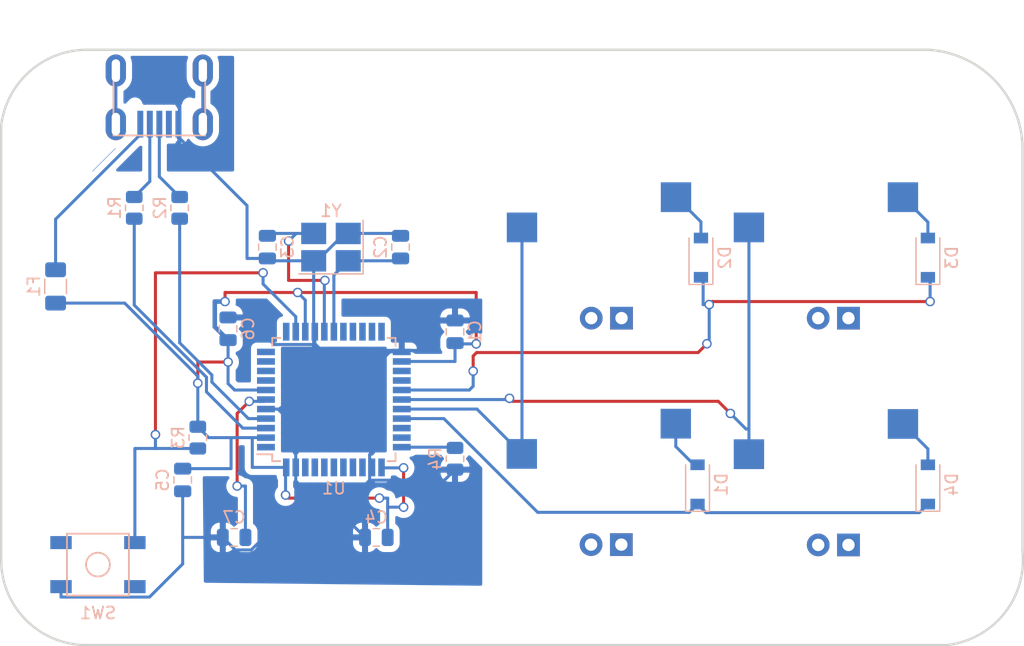
<source format=kicad_pcb>
(kicad_pcb (version 20211014) (generator pcbnew)
  (layers (0 "F.Cu" signal) (31 "B.Cu" signal) (34 "B.Paste" user) (35 "F.Paste" user) (36 "B.SilkS" user "B.Silkscreen") (37 "F.SilkS" user "F.Silkscreen") (38 "B.Mask" user) (39 "F.Mask" user) (44 "Edge.Cuts" user))
  (net 0 "")
  (net 1 "+5V")
  (net 2 "GND")
  (net 3 "Net-(C2-Pad2)")
  (net 4 "Net-(C3-Pad2)")
  (net 5 "Net-(C7-Pad1)")
  (net 6 "Row1")
  (net 7 "Net-(D1-Pad2)")
  (net 8 "Row0")
  (net 9 "Net-(D2-Pad2)")
  (net 10 "Net-(D3-Pad2)")
  (net 11 "Net-(D4-Pad2)")
  (net 12 "/VCC")
  (net 13 "Col0")
  (net 16 "Col1")
  (net 23 "D-")
  (net 24 "Net-(R1-Pad2)")
  (net 25 "D+")
  (net 26 "Net-(R2-Pad2)")
  (net 27 "Net-(R3-Pad2)")
  (net 28 "Net-(R4-Pad1)")
  (net 52 "unconnected-(USB1-Pad6)")
  (footprint "MX_Only:MXOnly-1U-Hotswap-LED" (layer "F.Cu") (at 101.606248 117.725)
    (fp_text reference "MX2")
    (fp_text value "MX-LED")
    (pad "" np_thru_hole circle locked (at 0 0) (size 3.9878 3.9878) (drill 3.9878) (layers *.Cu *.Mask))
    (pad "" np_thru_hole circle locked (at -3.81 -2.54) (size 3 3) (drill 3) (layers *.Cu *.Mask))
    (pad "" np_thru_hole circle locked (at 2.54 -5.08) (size 3 3) (drill 3) (layers *.Cu *.Mask))
    (pad "" np_thru_hole circle locked (at 5.08 0 48.0996) (size 1.75 1.75) (drill 1.75) (layers *.Cu *.Mask))
    (pad "" np_thru_hole circle locked (at -5.08 0 48.0996) (size 1.75 1.75) (drill 1.75) (layers *.Cu *.Mask))
    (pad "1" smd rect locked (at -7.085 -2.54) (size 2.55 2.5) (layers "B.Cu" "B.Paste" "B.Mask") (net 16 "Col1"))
    (pad "2" smd rect locked (at 5.842 -5.08) (size 2.55 2.5) (layers "B.Cu" "B.Paste" "B.Mask") (net 10 "Net-(D3-Pad2)"))
    (pad "3" thru_hole circle locked (at -1.27 5.08) (size 1.905 1.905) (drill 1.04) (layers *.Cu "B.Mask"))
    (pad "4" thru_hole rect locked (at 1.27 5.08) (size 1.905 1.905) (drill 1.04) (layers *.Cu "B.Mask"))
  )
  (footprint "MX_Only:MXOnly-1U-Hotswap-LED" (layer "F.Cu") (at 82.556248 117.725)
    (fp_text reference "MX1")
    (fp_text value "MX-LED")
    (pad "" np_thru_hole circle locked (at -3.81 -2.54) (size 3 3) (drill 3) (layers *.Cu *.Mask))
    (pad "" np_thru_hole circle locked (at 2.54 -5.08) (size 3 3) (drill 3) (layers *.Cu *.Mask))
    (pad "" np_thru_hole circle locked (at 5.08 0 48.0996) (size 1.75 1.75) (drill 1.75) (layers *.Cu *.Mask))
    (pad "" np_thru_hole circle locked (at 0 0) (size 3.9878 3.9878) (drill 3.9878) (layers *.Cu *.Mask))
    (pad "" np_thru_hole circle locked (at -5.08 0 48.0996) (size 1.75 1.75) (drill 1.75) (layers *.Cu *.Mask))
    (pad "1" smd rect locked (at -7.085 -2.54) (size 2.55 2.5) (layers "B.Cu" "B.Paste" "B.Mask") (net 13 "Col0"))
    (pad "2" smd rect locked (at 5.842 -5.08) (size 2.55 2.5) (layers "B.Cu" "B.Paste" "B.Mask") (net 9 "Net-(D2-Pad2)"))
    (pad "3" thru_hole circle locked (at -1.27 5.08) (size 1.905 1.905) (drill 1.04) (layers *.Cu "B.Mask"))
    (pad "4" thru_hole rect locked (at 1.27 5.08) (size 1.905 1.905) (drill 1.04) (layers *.Cu "B.Mask"))
  )
  (footprint "MX_Only:MXOnly-1U-Hotswap-LED" (layer "F.Cu") (at 101.606248 136.775)
    (fp_text reference "MX4")
    (fp_text value "MX-LED")
    (pad "" np_thru_hole circle locked (at -5.08 0 48.0996) (size 1.75 1.75) (drill 1.75) (layers *.Cu *.Mask))
    (pad "" np_thru_hole circle locked (at 0 0) (size 3.9878 3.9878) (drill 3.9878) (layers *.Cu *.Mask))
    (pad "" np_thru_hole circle locked (at 5.08 0 48.0996) (size 1.75 1.75) (drill 1.75) (layers *.Cu *.Mask))
    (pad "" np_thru_hole circle locked (at 2.54 -5.08) (size 3 3) (drill 3) (layers *.Cu *.Mask))
    (pad "" np_thru_hole circle locked (at -3.81 -2.54) (size 3 3) (drill 3) (layers *.Cu *.Mask))
    (pad "1" smd rect (at -7.085 -2.54) (size 2.55 2.5) (layers "B.Cu" "B.Paste" "B.Mask") (net 16 "Col1"))
    (pad "2" smd rect locked (at 5.842 -5.08) (size 2.55 2.5) (layers "B.Cu" "B.Paste" "B.Mask") (net 11 "Net-(D4-Pad2)"))
    (pad "3" thru_hole circle locked (at -1.27 5.08) (size 1.905 1.905) (drill 1.04) (layers *.Cu "B.Mask"))
    (pad "4" thru_hole rect locked (at 1.27 5.08) (size 1.905 1.905) (drill 1.04) (layers *.Cu "B.Mask"))
  )
  (footprint "MX_Only:MXOnly-1U-Hotswap-LED" (layer "F.Cu") (at 82.539775 136.750578)
    (fp_text reference "MX3")
    (fp_text value "MX-LED")
    (pad "" np_thru_hole circle locked (at 5.08 0 48.0996) (size 1.75 1.75) (drill 1.75) (layers *.Cu *.Mask))
    (pad "" np_thru_hole circle locked (at -5.08 0 48.0996) (size 1.75 1.75) (drill 1.75) (layers *.Cu *.Mask))
    (pad "" np_thru_hole circle locked (at -3.81 -2.54) (size 3 3) (drill 3) (layers *.Cu *.Mask))
    (pad "" np_thru_hole circle locked (at 0 0) (size 3.9878 3.9878) (drill 3.9878) (layers *.Cu *.Mask))
    (pad "" np_thru_hole circle locked (at 2.54 -5.08) (size 3 3) (drill 3) (layers *.Cu *.Mask))
    (pad "1" smd rect locked (at -7.085 -2.54) (size 2.55 2.5) (layers "B.Cu" "B.Paste" "B.Mask") (net 13 "Col0"))
    (pad "2" smd rect locked (at 5.842 -5.08) (size 2.55 2.5) (layers "B.Cu" "B.Paste" "B.Mask") (net 7 "Net-(D1-Pad2)"))
    (pad "3" thru_hole circle locked (at -1.27 5.08) (size 1.905 1.905) (drill 1.04) (layers *.Cu "B.Mask"))
    (pad "4" thru_hole rect locked (at 1.27 5.08) (size 1.905 1.905) (drill 1.04) (layers *.Cu "B.Mask"))
  )
  (footprint "Diode_SMD:D_SOD-123" (layer "B.Cu") (at 109.543748 117.725 90)
    (fp_text reference "D3" (at 0 2 90) (layer "B.SilkS") (effects (justify mirror)))
    (fp_text value "SOD123")
    (fp_line (start -2.25 1) (end 1.65 1) (layer "B.SilkS") (width 0.12))
    (fp_line (start -2.25 1) (end -2.25 -1) (layer "B.SilkS") (width 0.12))
    (fp_line (start -2.25 -1) (end 1.65 -1) (layer "B.SilkS") (width 0.12))
    (pad "1" smd rect locked (at -1.65 0 90) (size 0.9 1.2) (layers "B.Cu" "B.Paste" "B.Mask") (net 8 "Row0"))
    (pad "2" smd rect locked (at 1.65 0 90) (size 0.9 1.2) (layers "B.Cu" "B.Paste" "B.Mask") (net 10 "Net-(D3-Pad2)"))
  )
  (footprint "Crystal:Crystal_SMD_3225-4Pin_3.2x2.5mm_HandSoldering" (layer "B.Cu") (at 59.436 116.84 180)
    (fp_text reference "Y1" (at 0 3.05) (layer "B.SilkS") (effects (justify mirror)))
    (fp_text value "16MHz")
    (fp_line (start -2.7 -2.25) (end 2.7 -2.25) (layer "B.SilkS") (width 0.12))
    (fp_line (start -2.7 2.25) (end -2.7 -2.25) (layer "B.SilkS") (width 0.12))
    (pad "1" smd rect locked (at -1.45 -1.15 180) (size 2.1 1.8) (layers "B.Cu" "B.Paste" "B.Mask") (net 3 "Net-(C2-Pad2)"))
    (pad "2" smd rect locked (at 1.45 -1.15 180) (size 2.1 1.8) (layers "B.Cu" "B.Paste" "B.Mask") (net 2 "GND"))
    (pad "3" smd rect locked (at 1.45 1.15 180) (size 2.1 1.8) (layers "B.Cu" "B.Paste" "B.Mask") (net 4 "Net-(C3-Pad2)"))
    (pad "4" smd rect locked (at -1.45 1.15 180) (size 2.1 1.8) (layers "B.Cu" "B.Paste" "B.Mask") (net 2 "GND"))
  )
  (footprint "Capacitor_SMD:C_0805_2012Metric" (layer "B.Cu") (at 63.246 141.224 180)
    (fp_text reference "C4" (at 0 1.68) (layer "B.SilkS") (effects (justify mirror)))
    (fp_text value "0.1uF")
    (fp_line (start -0.261252 0.735) (end 0.261252 0.735) (layer "B.SilkS") (width 0.12))
    (fp_line (start -0.261252 -0.735) (end 0.261252 -0.735) (layer "B.SilkS") (width 0.12))
    (pad "1" smd roundrect locked (at -0.95 0 180) (size 1 1.45) (layers "B.Cu" "B.Paste" "B.Mask") (net 1 "+5V"))
    (pad "2" smd roundrect locked (at 0.95 0 180) (size 1 1.45) (layers "B.Cu" "B.Paste" "B.Mask") (net 2 "GND"))
  )
  (footprint "Capacitor_SMD:C_0805_2012Metric" (layer "B.Cu") (at 51.308 141.224 180)
    (fp_text reference "C7" (at 0 1.68) (layer "B.SilkS") (effects (justify mirror)))
    (fp_text value "1uF")
    (fp_line (start -0.261252 -0.735) (end 0.261252 -0.735) (layer "B.SilkS") (width 0.12))
    (fp_line (start -0.261252 0.735) (end 0.261252 0.735) (layer "B.SilkS") (width 0.12))
    (pad "1" smd roundrect locked (at -0.95 0 180) (size 1 1.45) (layers "B.Cu" "B.Paste" "B.Mask") (net 5 "Net-(C7-Pad1)"))
    (pad "2" smd roundrect locked (at 0.95 0 180) (size 1 1.45) (layers "B.Cu" "B.Paste" "B.Mask") (net 2 "GND"))
  )
  (footprint "Fuse:Fuse_1206_3216Metric" (layer "B.Cu") (at 36.322 120.142 -90)
    (fp_text reference "F1" (at 0 1.82 90) (layer "B.SilkS") (effects (justify mirror)))
    (fp_text value "500mA")
    (fp_line (start -0.602064 0.91) (end 0.602064 0.91) (layer "B.SilkS") (width 0.12))
    (fp_line (start -0.602064 -0.91) (end 0.602064 -0.91) (layer "B.SilkS") (width 0.12))
    (pad "1" smd roundrect locked (at -1.4 0 270) (size 1.25 1.75) (layers "B.Cu" "B.Paste" "B.Mask") (roundrect_rratio 0.2) (net 12 "/VCC"))
    (pad "2" smd roundrect locked (at 1.4 0 270) (size 1.25 1.75) (layers "B.Cu" "B.Paste" "B.Mask") (roundrect_rratio 0.2) (net 1 "+5V"))
  )
  (footprint "Capacitor_SMD:C_0805_2012Metric" (layer "B.Cu") (at 65.278 116.84 -90)
    (fp_text reference "C2" (at 0 1.68 90) (layer "B.SilkS") (effects (justify mirror)))
    (fp_text value "22pF")
    (fp_line (start -0.261252 0.735) (end 0.261252 0.735) (layer "B.SilkS") (width 0.12))
    (fp_line (start -0.261252 -0.735) (end 0.261252 -0.735) (layer "B.SilkS") (width 0.12))
    (pad "1" smd roundrect locked (at -0.95 0 270) (size 1 1.45) (layers "B.Cu" "B.Paste" "B.Mask") (net 2 "GND"))
    (pad "2" smd roundrect locked (at 0.95 0 270) (size 1 1.45) (layers "B.Cu" "B.Paste" "B.Mask") (net 3 "Net-(C2-Pad2)"))
  )
  (footprint "Diode_SMD:D_SOD-123" (layer "B.Cu") (at 90.493748 117.725 90)
    (fp_text reference "D2" (at 0 2 90) (layer "B.SilkS") (effects (justify mirror)))
    (fp_text value "SOD123")
    (fp_line (start -2.25 1) (end 1.65 1) (layer "B.SilkS") (width 0.12))
    (fp_line (start -2.25 -1) (end 1.65 -1) (layer "B.SilkS") (width 0.12))
    (fp_line (start -2.25 1) (end -2.25 -1) (layer "B.SilkS") (width 0.12))
    (pad "1" smd rect locked (at -1.65 0 90) (size 0.9 1.2) (layers "B.Cu" "B.Paste" "B.Mask") (net 8 "Row0"))
    (pad "2" smd rect locked (at 1.65 0 90) (size 0.9 1.2) (layers "B.Cu" "B.Paste" "B.Mask") (net 9 "Net-(D2-Pad2)"))
  )
  (footprint "Package_QFP:TQFP-44_10x10mm_P0.8mm" (layer "B.Cu") (at 59.681248 129.64375)
    (fp_text reference "U1" (at 0 7.45) (layer "B.SilkS") (effects (justify mirror)))
    (fp_text value "ATmega32U4-A")
    (fp_line (start -5.175 5.175) (end -4.5 5.175) (layer "B.SilkS") (width 0.15))
    (fp_line (start 5.175 5.175) (end 4.5 5.175) (layer "B.SilkS") (width 0.15))
    (fp_line (start 5.175 -5.175) (end 5.175 -4.5) (layer "B.SilkS") (width 0.15))
    (fp_line (start -5.175 4.6) (end -6.45 4.6) (layer "B.SilkS") (width 0.15))
    (fp_line (start -5.175 5.175) (end -5.175 4.6) (layer "B.SilkS") (width 0.15))
    (fp_line (start -5.175 -5.175) (end -4.5 -5.175) (layer "B.SilkS") (width 0.15))
    (fp_line (start -5.175 -5.175) (end -5.175 -4.5) (layer "B.SilkS") (width 0.15))
    (fp_line (start 5.175 -5.175) (end 4.5 -5.175) (layer "B.SilkS") (width 0.15))
    (fp_line (start 5.175 5.175) (end 5.175 4.5) (layer "B.SilkS") (width 0.15))
    (pad "1" smd rect locked (at -5.7 4) (size 1.5 0.55) (layers "B.Cu" "B.Paste" "B.Mask"))
    (pad "2" smd rect locked (at -5.7 3.2) (size 1.5 0.55) (layers "B.Cu" "B.Paste" "B.Mask") (net 1 "+5V"))
    (pad "3" smd rect locked (at -5.7 2.4) (size 1.5 0.55) (layers "B.Cu" "B.Paste" "B.Mask") (net 24 "Net-(R1-Pad2)"))
    (pad "4" smd rect locked (at -5.7 1.6) (size 1.5 0.55) (layers "B.Cu" "B.Paste" "B.Mask") (net 26 "Net-(R2-Pad2)"))
    (pad "5" smd rect locked (at -5.7 0.8) (size 1.5 0.55) (layers "B.Cu" "B.Paste" "B.Mask") (net 2 "GND"))
    (pad "6" smd rect locked (at -5.7 0) (size 1.5 0.55) (layers "B.Cu" "B.Paste" "B.Mask") (net 5 "Net-(C7-Pad1)"))
    (pad "7" smd rect locked (at -5.7 -0.8) (size 1.5 0.55) (layers "B.Cu" "B.Paste" "B.Mask") (net 1 "+5V"))
    (pad "8" smd rect locked (at -5.7 -1.6) (size 1.5 0.55) (layers "B.Cu" "B.Paste" "B.Mask"))
    (pad "9" smd rect locked (at -5.7 -2.4) (size 1.5 0.55) (layers "B.Cu" "B.Paste" "B.Mask"))
    (pad "10" smd rect locked (at -5.7 -3.2) (size 1.5 0.55) (layers "B.Cu" "B.Paste" "B.Mask"))
    (pad "11" smd rect locked (at -5.7 -4) (size 1.5 0.55) (layers "B.Cu" "B.Paste" "B.Mask"))
    (pad "12" smd rect locked (at -4 -5.7 270) (size 1.5 0.55) (layers "B.Cu" "B.Paste" "B.Mask"))
    (pad "13" smd rect locked (at -3.2 -5.7 270) (size 1.5 0.55) (layers "B.Cu" "B.Paste" "B.Mask") (net 27 "Net-(R3-Pad2)"))
    (pad "14" smd rect locked (at -2.4 -5.7 270) (size 1.5 0.55) (layers "B.Cu" "B.Paste" "B.Mask") (net 1 "+5V"))
    (pad "15" smd rect locked (at -1.6 -5.7 270) (size 1.5 0.55) (layers "B.Cu" "B.Paste" "B.Mask") (net 2 "GND"))
    (pad "16" smd rect locked (at -0.8 -5.7 270) (size 1.5 0.55) (layers "B.Cu" "B.Paste" "B.Mask") (net 4 "Net-(C3-Pad2)"))
    (pad "17" smd rect locked (at 0 -5.7 270) (size 1.5 0.55) (layers "B.Cu" "B.Paste" "B.Mask") (net 3 "Net-(C2-Pad2)"))
    (pad "18" smd rect locked (at 0.8 -5.7 270) (size 1.5 0.55) (layers "B.Cu" "B.Paste" "B.Mask"))
    (pad "19" smd rect locked (at 1.6 -5.7 270) (size 1.5 0.55) (layers "B.Cu" "B.Paste" "B.Mask"))
    (pad "20" smd rect locked (at 2.4 -5.7 270) (size 1.5 0.55) (layers "B.Cu" "B.Paste" "B.Mask"))
    (pad "21" smd rect locked (at 3.2 -5.7 270) (size 1.5 0.55) (layers "B.Cu" "B.Paste" "B.Mask"))
    (pad "22" smd rect locked (at 4 -5.7 270) (size 1.5 0.55) (layers "B.Cu" "B.Paste" "B.Mask"))
    (pad "23" smd rect locked (at 5.7 -4) (size 1.5 0.55) (layers "B.Cu" "B.Paste" "B.Mask") (net 2 "GND"))
    (pad "24" smd rect locked (at 5.7 -3.2) (size 1.5 0.55) (layers "B.Cu" "B.Paste" "B.Mask") (net 1 "+5V"))
    (pad "25" smd rect locked (at 5.7 -2.4) (size 1.5 0.55) (layers "B.Cu" "B.Paste" "B.Mask"))
    (pad "26" smd rect locked (at 5.7 -1.6) (size 1.5 0.55) (layers "B.Cu" "B.Paste" "B.Mask"))
    (pad "27" smd rect locked (at 5.7 -0.8) (size 1.5 0.55) (layers "B.Cu" "B.Paste" "B.Mask") (net 8 "Row0"))
    (pad "28" smd rect locked (at 5.7 0) (size 1.5 0.55) (layers "B.Cu" "B.Paste" "B.Mask") (net 16 "Col1"))
    (pad "29" smd rect locked (at 5.7 0.8) (size 1.5 0.55) (layers "B.Cu" "B.Paste" "B.Mask") (net 13 "Col0"))
    (pad "30" smd rect locked (at 5.7 1.6) (size 1.5 0.55) (layers "B.Cu" "B.Paste" "B.Mask") (net 6 "Row1"))
    (pad "31" smd rect locked (at 5.7 2.4) (size 1.5 0.55) (layers "B.Cu" "B.Paste" "B.Mask"))
    (pad "32" smd rect locked (at 5.7 3.2) (size 1.5 0.55) (layers "B.Cu" "B.Paste" "B.Mask"))
    (pad "33" smd rect locked (at 5.7 4) (size 1.5 0.55) (layers "B.Cu" "B.Paste" "B.Mask") (net 28 "Net-(R4-Pad1)"))
    (pad "34" smd rect locked (at 4 5.7 270) (size 1.5 0.55) (layers "B.Cu" "B.Paste" "B.Mask") (net 1 "+5V"))
    (pad "35" smd rect locked (at 3.2 5.7 270) (size 1.5 0.55) (layers "B.Cu" "B.Paste" "B.Mask") (net 2 "GND"))
    (pad "36" smd rect locked (at 2.4 5.7 270) (size 1.5 0.55) (layers "B.Cu" "B.Paste" "B.Mask"))
    (pad "37" smd rect locked (at 1.6 5.7 270) (size 1.5 0.55) (layers "B.Cu" "B.Paste" "B.Mask"))
    (pad "38" smd rect locked (at 0.8 5.7 270) (size 1.5 0.55) (layers "B.Cu" "B.Paste" "B.Mask"))
    (pad "39" smd rect locked (at 0 5.7 270) (size 1.5 0.55) (layers "B.Cu" "B.Paste" "B.Mask"))
    (pad "40" smd rect locked (at -0.8 5.7 270) (size 1.5 0.55) (layers "B.Cu" "B.Paste" "B.Mask"))
    (pad "41" smd rect locked (at -1.6 5.7 270) (size 1.5 0.55) (layers "B.Cu" "B.Paste" "B.Mask"))
    (pad "42" smd rect locked (at -2.4 5.7 270) (size 1.5 0.55) (layers "B.Cu" "B.Paste" "B.Mask"))
    (pad "43" smd rect locked (at -3.2 5.7 270) (size 1.5 0.55) (layers "B.Cu" "B.Paste" "B.Mask") (net 2 "GND"))
    (pad "44" smd rect locked (at -4 5.7 270) (size 1.5 0.55) (layers "B.Cu" "B.Paste" "B.Mask") (net 1 "+5V"))
  )
  (footprint "Resistor_SMD:R_0805_2012Metric" (layer "B.Cu") (at 46.736 113.538 -90)
    (fp_text reference "R2" (at 0 1.65 90) (layer "B.SilkS") (effects (justify mirror)))
    (fp_text value "22")
    (fp_line (start -0.227064 -0.735) (end 0.227064 -0.735) (layer "B.SilkS") (width 0.12))
    (fp_line (start -0.227064 0.735) (end 0.227064 0.735) (layer "B.SilkS") (width 0.12))
    (pad "1" smd roundrect locked (at -0.9125 0 270) (size 1.025 1.4) (layers "B.Cu" "B.Paste" "B.Mask") (roundrect_rratio 0.243902) (net 25 "D+"))
    (pad "2" smd roundrect locked (at 0.9125 0 270) (size 1.025 1.4) (layers "B.Cu" "B.Paste" "B.Mask") (roundrect_rratio 0.243902) (net 26 "Net-(R2-Pad2)"))
  )
  (footprint "Resistor_SMD:R_0805_2012Metric" (layer "B.Cu") (at 42.926 113.538 -90)
    (fp_text reference "R1" (at 0 1.65 90) (layer "B.SilkS") (effects (justify mirror)))
    (fp_text value "22")
    (fp_line (start -0.227064 0.735) (end 0.227064 0.735) (layer "B.SilkS") (width 0.12))
    (fp_line (start -0.227064 -0.735) (end 0.227064 -0.735) (layer "B.SilkS") (width 0.12))
    (pad "1" smd roundrect locked (at -0.9125 0 270) (size 1.025 1.4) (layers "B.Cu" "B.Paste" "B.Mask") (roundrect_rratio 0.243902) (net 23 "D-"))
    (pad "2" smd roundrect locked (at 0.9125 0 270) (size 1.025 1.4) (layers "B.Cu" "B.Paste" "B.Mask") (roundrect_rratio 0.243902) (net 24 "Net-(R1-Pad2)"))
  )
  (footprint "Diode_SMD:D_SOD-123" (layer "B.Cu") (at 109.543748 136.775 90)
    (fp_text reference "D4" (at 0 2 90) (layer "B.SilkS") (effects (justify mirror)))
    (fp_text value "SOD123")
    (fp_line (start -2.25 1) (end 1.65 1) (layer "B.SilkS") (width 0.12))
    (fp_line (start -2.25 -1) (end 1.65 -1) (layer "B.SilkS") (width 0.12))
    (fp_line (start -2.25 1) (end -2.25 -1) (layer "B.SilkS") (width 0.12))
    (pad "1" smd rect locked (at -1.65 0 90) (size 0.9 1.2) (layers "B.Cu" "B.Paste" "B.Mask") (net 6 "Row1"))
    (pad "2" smd rect locked (at 1.65 0 90) (size 0.9 1.2) (layers "B.Cu" "B.Paste" "B.Mask") (net 11 "Net-(D4-Pad2)"))
  )
  (footprint "Capacitor_SMD:C_0805_2012Metric" (layer "B.Cu") (at 69.85 123.952 90)
    (fp_text reference "C1" (at 0 1.68 90) (layer "B.SilkS") (effects (justify mirror)))
    (fp_text value "0.1uF")
    (fp_line (start -0.261252 -0.735) (end 0.261252 -0.735) (layer "B.SilkS") (width 0.12))
    (fp_line (start -0.261252 0.735) (end 0.261252 0.735) (layer "B.SilkS") (width 0.12))
    (pad "1" smd roundrect locked (at -0.95 0 90) (size 1 1.45) (layers "B.Cu" "B.Paste" "B.Mask") (net 1 "+5V"))
    (pad "2" smd roundrect locked (at 0.95 0 90) (size 1 1.45) (layers "B.Cu" "B.Paste" "B.Mask") (net 2 "GND"))
  )
  (footprint "Capacitor_SMD:C_0805_2012Metric" (layer "B.Cu") (at 54.102 116.84 90)
    (fp_text reference "C3" (at 0 1.68 90) (layer "B.SilkS") (effects (justify mirror)))
    (fp_text value "22pF")
    (fp_line (start -0.261252 -0.735) (end 0.261252 -0.735) (layer "B.SilkS") (width 0.12))
    (fp_line (start -0.261252 0.735) (end 0.261252 0.735) (layer "B.SilkS") (width 0.12))
    (pad "1" smd roundrect locked (at -0.95 0 90) (size 1 1.45) (layers "B.Cu" "B.Paste" "B.Mask") (net 2 "GND"))
    (pad "2" smd roundrect locked (at 0.95 0 90) (size 1 1.45) (layers "B.Cu" "B.Paste" "B.Mask") (net 4 "Net-(C3-Pad2)"))
  )
  (footprint "Capacitor_SMD:C_0805_2012Metric" (layer "B.Cu") (at 46.99 136.398 -90)
    (fp_text reference "C5" (at 0 1.68 90) (layer "B.SilkS") (effects (justify mirror)))
    (fp_text value "0.1uF")
    (fp_line (start -0.261252 0.735) (end 0.261252 0.735) (layer "B.SilkS") (width 0.12))
    (fp_line (start -0.261252 -0.735) (end 0.261252 -0.735) (layer "B.SilkS") (width 0.12))
    (pad "1" smd roundrect locked (at -0.95 0 270) (size 1 1.45) (layers "B.Cu" "B.Paste" "B.Mask") (net 1 "+5V"))
    (pad "2" smd roundrect locked (at 0.95 0 270) (size 1 1.45) (layers "B.Cu" "B.Paste" "B.Mask") (net 2 "GND"))
  )
  (footprint "Resistor_SMD:R_0805_2012Metric" (layer "B.Cu") (at 48.26 132.842 -90)
    (fp_text reference "R3" (at 0 1.65 90) (layer "B.SilkS") (effects (justify mirror)))
    (fp_text value "10k")
    (fp_line (start -0.227064 -0.735) (end 0.227064 -0.735) (layer "B.SilkS") (width 0.12))
    (fp_line (start -0.227064 0.735) (end 0.227064 0.735) (layer "B.SilkS") (width 0.12))
    (pad "1" smd roundrect locked (at -0.9125 0 270) (size 1.025 1.4) (layers "B.Cu" "B.Paste" "B.Mask") (roundrect_rratio 0.243902) (net 1 "+5V"))
    (pad "2" smd roundrect locked (at 0.9125 0 270) (size 1.025 1.4) (layers "B.Cu" "B.Paste" "B.Mask") (roundrect_rratio 0.243902) (net 27 "Net-(R3-Pad2)"))
  )
  (footprint "Diode_SMD:D_SOD-123" (layer "B.Cu") (at 90.206346 136.775 90)
    (fp_text reference "D1" (at 0 2 90) (layer "B.SilkS") (effects (justify mirror)))
    (fp_text value "SOD123")
    (fp_line (start -2.25 1) (end 1.65 1) (layer "B.SilkS") (width 0.12))
    (fp_line (start -2.25 -1) (end 1.65 -1) (layer "B.SilkS") (width 0.12))
    (fp_line (start -2.25 1) (end -2.25 -1) (layer "B.SilkS") (width 0.12))
    (pad "1" smd rect locked (at -1.65 0 90) (size 0.9 1.2) (layers "B.Cu" "B.Paste" "B.Mask") (net 6 "Row1"))
    (pad "2" smd rect locked (at 1.65 0 90) (size 0.9 1.2) (layers "B.Cu" "B.Paste" "B.Mask") (net 7 "Net-(D1-Pad2)"))
  )
  (footprint "random-keyboard-parts:Molex-0548190589" (layer "B.Cu") (at 45.031182 102.0084 -90)
    (fp_text reference "USB1" hide)
    (fp_text value "Molex-0548190589")
    (fp_line (start 0 -3.85) (end 5.45 -3.85) (layer "B.SilkS") (width 0.15))
    (fp_line (start 0 3.85) (end 5.45 3.85) (layer "B.SilkS") (width 0.15))
    (fp_line (start 5.45 3.85) (end 5.45 -3.85) (layer "B.SilkS") (width 0.15))
    (pad "1" smd rect locked (at 4.5 -1.6 270) (size 2.25 0.5) (layers "B.Cu" "B.Paste" "B.Mask") (net 2 "GND"))
    (pad "2" smd rect locked (at 4.5 -0.8 270) (size 2.25 0.5) (layers "B.Cu" "B.Paste" "B.Mask"))
    (pad "3" smd rect locked (at 4.5 0 270) (size 2.25 0.5) (layers "B.Cu" "B.Paste" "B.Mask") (net 25 "D+"))
    (pad "4" smd rect locked (at 4.5 0.8 270) (size 2.25 0.5) (layers "B.Cu" "B.Paste" "B.Mask") (net 23 "D-"))
    (pad "5" smd rect locked (at 4.5 1.6 270) (size 2.25 0.5) (layers "B.Cu" "B.Paste" "B.Mask") (net 12 "/VCC"))
    (pad "6" thru_hole oval locked (at 0 3.65 270) (size 2.7 1.7) (drill oval 1.9 0.7) (layers *.Cu *.Mask) (net 52 "unconnected-(USB1-Pad6)"))
    (pad "6" thru_hole oval locked (at 0 -3.65 270) (size 2.7 1.7) (drill oval 1.9 0.7) (layers *.Cu *.Mask) (net 52 "unconnected-(USB1-Pad6)"))
    (pad "6" thru_hole oval locked (at 4.5 3.65 270) (size 2.7 1.7) (drill oval 1.9 0.7) (layers *.Cu *.Mask) (net 52 "unconnected-(USB1-Pad6)"))
    (pad "6" thru_hole oval locked (at 4.5 -3.65 270) (size 2.7 1.7) (drill oval 1.9 0.7) (layers *.Cu *.Mask) (net 52 "unconnected-(USB1-Pad6)"))
  )
  (footprint "Resistor_SMD:R_0805_2012Metric" (layer "B.Cu") (at 69.85 134.62 -90)
    (fp_text reference "R4" (at 0 1.65 90) (layer "B.SilkS") (effects (justify mirror)))
    (fp_text value "10k")
    (fp_line (start -0.227064 0.735) (end 0.227064 0.735) (layer "B.SilkS") (width 0.12))
    (fp_line (start -0.227064 -0.735) (end 0.227064 -0.735) (layer "B.SilkS") (width 0.12))
    (pad "1" smd roundrect locked (at -0.9125 0 270) (size 1.025 1.4) (layers "B.Cu" "B.Paste" "B.Mask") (roundrect_rratio 0.243902) (net 28 "Net-(R4-Pad1)"))
    (pad "2" smd roundrect locked (at 0.9125 0 270) (size 1.025 1.4) (layers "B.Cu" "B.Paste" "B.Mask") (roundrect_rratio 0.243902) (net 2 "GND"))
  )
  (footprint "Capacitor_SMD:C_0805_2012Metric" (layer "B.Cu") (at 50.8 123.698 90)
    (fp_text reference "C6" (at 0 1.68 90) (layer "B.SilkS") (effects (justify mirror)))
    (fp_text value "10uF")
    (fp_line (start -0.261252 0.735) (end 0.261252 0.735) (layer "B.SilkS") (width 0.12))
    (fp_line (start -0.261252 -0.735) (end 0.261252 -0.735) (layer "B.SilkS") (width 0.12))
    (pad "1" smd roundrect locked (at -0.95 0 90) (size 1 1.45) (layers "B.Cu" "B.Paste" "B.Mask") (net 1 "+5V"))
    (pad "2" smd roundrect locked (at 0.95 0 90) (size 1 1.45) (layers "B.Cu" "B.Paste" "B.Mask") (net 2 "GND"))
  )
  (footprint "random-keyboard-parts:SKQG-1155865" (layer "B.Cu") (at 39.878 143.51 180)
    (fp_text reference "SW1" (at 0 -4.064) (layer "B.SilkS") (effects (justify mirror)))
    (fp_text value "SW_Push")
    (fp_line (start -2.6 -2.6) (end -2.6 2.6) (layer "B.SilkS") (width 0.15))
    (fp_line (start 2.6 -2.6) (end -2.6 -2.6) (layer "B.SilkS") (width 0.15))
    (fp_line (start -2.6 2.6) (end 2.6 2.6) (layer "B.SilkS") (width 0.15))
    (fp_line (start 2.6 2.6) (end 2.6 -2.6) (layer "B.SilkS") (width 0.15))
    (fp_circle (center 0 0) (end 1 0) (layer "B.SilkS") (width 0.15) (fill none))
    (pad "1" smd rect locked (at 3.1 -1.85 180) (size 1.8 1.1) (layers "B.Cu" "B.Paste" "B.Mask") (net 2 "GND"))
    (pad "2" smd rect locked (at -3.1 1.85 180) (size 1.8 1.1) (layers "B.Cu" "B.Paste" "B.Mask") (net 27 "Net-(R3-Pad2)"))
    (pad "3" smd rect locked (at 3.1 1.85 180) (size 1.8 1.1) (layers "B.Cu" "B.Paste" "B.Mask"))
    (pad "4" smd rect locked (at -3.1 -1.85 180) (size 1.8 1.1) (layers "B.Cu" "B.Paste" "B.Mask"))
  )
  (gr_line (start 38.899998 150.26875) (end 111.131248 150.26875) (layer "Edge.Cuts") (width 0.2))
  (gr_line (start 38.899998 100.2625) (end 109.543748 100.2625) (layer "Edge.Cuts") (width 0.2))
  (gr_line (start 117.481248 108.2) (end 117.481248 142.33125) (layer "Edge.Cuts") (width 0.2))
  (gr_arc (start 109.543748 100.2625) (mid 115.035451 102.708297) (end 117.481248 108.2) (layer "Edge.Cuts") (width 0.2))
  (gr_line (start 31.756248 106.6125) (end 31.756248 143.125) (layer "Edge.Cuts") (width 0.2))
  (gr_arc (start 38.899998 150.26875) (mid 33.848605 148.176393) (end 31.756248 143.125) (layer "Edge.Cuts") (width 0.2))
  (gr_arc (start 117.481248 142.33125) (mid 115.950158 147.615128) (end 111.131248 150.26875) (layer "Edge.Cuts") (width 0.2))
  (gr_arc (start 31.756248 106.6125) (mid 34.133408 102.093446) (end 38.899998 100.2625) (layer "Edge.Cuts") (width 0.2))
  (segment (start 63.5 137.922) (end 55.626 137.922) (width 0.254) (layer "F.Cu") (net 1))
  (segment (start 50.546 120.65) (end 50.546 121.412) (width 0.254) (layer "F.Cu") (net 1))
  (segment (start 50.8 126.492) (end 48.26 126.492) (width 0.254) (layer "F.Cu") (net 1))
  (segment (start 65.532 138.684) (end 65.532 135.382) (width 0.254) (layer "F.Cu") (net 1))
  (segment (start 56.642 120.65) (end 71.628 120.65) (width 0.254) (layer "F.Cu") (net 1))
  (segment (start 71.628 120.65) (end 71.628 124.968) (width 0.254) (layer "F.Cu") (net 1))
  (segment (start 56.642 120.65) (end 50.546 120.65) (width 0.254) (layer "F.Cu") (net 1))
  (segment (start 48.26 126.492) (end 48.26 128.27) (width 0.254) (layer "F.Cu") (net 1))
  (segment (start 55.626 137.922) (end 55.626 137.668) (width 0.254) (layer "F.Cu") (net 1))
  (via (at 50.8 126.492) (size 0.8) (drill 0.56) (layers "F.Cu" "B.Cu") (net 1))
  (via (at 65.532 138.684) (size 0.8) (drill 0.56) (layers "F.Cu" "B.Cu") (net 1))
  (via (at 65.532 135.382) (size 0.8) (drill 0.56) (layers "F.Cu" "B.Cu") (net 1))
  (via (at 48.26 128.27) (size 0.8) (drill 0.56) (layers "F.Cu" "B.Cu") (net 1))
  (via (at 63.5 137.922) (size 0.8) (drill 0.56) (layers "F.Cu" "B.Cu") (net 1))
  (via (at 71.628 124.968) (size 0.8) (drill 0.56) (layers "F.Cu" "B.Cu") (net 1))
  (via (at 55.626 137.668) (size 0.8) (drill 0.56) (layers "F.Cu" "B.Cu") (net 1))
  (via (at 56.642 120.65) (size 0.8) (drill 0.56) (layers "F.Cu" "B.Cu") (net 1))
  (via (at 50.546 121.412) (size 0.8) (drill 0.56) (layers "F.Cu" "B.Cu") (net 1))
  (segment (start 69.85 126.44375) (end 65.381248 126.44375) (width 0.254) (layer "B.Cu") (net 1))
  (segment (start 48.26 128.27) (end 48.26 131.9295) (width 0.254) (layer "B.Cu") (net 1))
  (segment (start 50.8 124.648) (end 50.8 126.492) (width 0.254) (layer "B.Cu") (net 1))
  (segment (start 36.322 121.542) (end 42.118728 121.542) (width 0.254) (layer "B.Cu") (net 1))
  (segment (start 51.05225 132.84375) (end 52.83375 132.84375) (width 0.254) (layer "B.Cu") (net 1))
  (segment (start 50.8 126.492) (end 50.8 128.29915) (width 0.254) (layer "B.Cu") (net 1))
  (segment (start 55.626 137.668) (end 55.626 135.398998) (width 0.254) (layer "B.Cu") (net 1))
  (segment (start 64.196 138.684) (end 64.196 137.922) (width 0.254) (layer "B.Cu") (net 1))
  (segment (start 71.628 124.968) (end 69.916 124.968) (width 0.254) (layer "B.Cu") (net 1))
  (segment (start 48.26 131.9295) (end 49.17425 132.84375) (width 0.254) (layer "B.Cu") (net 1))
  (segment (start 57.281248 123.94375) (end 57.281248 121.289248) (width 0.254) (layer "B.Cu") (net 1))
  (segment (start 69.85 124.902) (end 69.85 126.44375) (width 0.254) (layer "B.Cu") (net 1))
  (segment (start 51.3446 128.84375) (end 53.981248 128.84375) (width 0.254) (layer "B.Cu") (net 1))
  (segment (start 65.532 135.382) (end 63.719498 135.382) (width 0.254) (layer "B.Cu") (net 1))
  (segment (start 64.196 137.922) (end 63.5 137.922) (width 0.254) (layer "B.Cu") (net 1))
  (segment (start 64.196 141.224) (end 64.196 138.684) (width 0.254) (layer "B.Cu") (net 1))
  (segment (start 50.8 128.29915) (end 51.3446 128.84375) (width 0.254) (layer "B.Cu") (net 1))
  (segment (start 52.83375 132.84375) (end 53.981248 132.84375) (width 0.254) (layer "B.Cu") (net 1))
  (segment (start 49.68498 121.412) (end 50.546 121.412) (width 0.381) (layer "B.Cu") (net 1))
  (segment (start 55.681248 135.34375) (end 52.83375 135.34375) (width 0.254) (layer "B.Cu") (net 1))
  (segment (start 48.26 127.683272) (end 48.26 128.27) (width 0.254) (layer "B.Cu") (net 1))
  (segment (start 49.68498 123.53298) (end 49.68498 121.412) (width 0.381) (layer "B.Cu") (net 1))
  (segment (start 49.17425 132.84375) (end 51.05225 132.84375) (width 0.254) (layer "B.Cu") (net 1))
  (segment (start 50.8 124.648) (end 49.68498 123.53298) (width 0.381) (layer "B.Cu") (net 1))
  (segment (start 51.05225 135.448) (end 51.05225 132.84375) (width 0.254) (layer "B.Cu") (net 1))
  (segment (start 64.196 138.684) (end 65.532 138.684) (width 0.254) (layer "B.Cu") (net 1))
  (segment (start 46.99 135.448) (end 51.05225 135.448) (width 0.254) (layer "B.Cu") (net 1))
  (segment (start 57.281248 121.289248) (end 56.642 120.65) (width 0.254) (layer "B.Cu") (net 1))
  (segment (start 42.118728 121.542) (end 48.26 127.683272) (width 0.254) (layer "B.Cu") (net 1))
  (segment (start 52.83375 135.34375) (end 52.83375 132.84375) (width 0.254) (layer "B.Cu") (net 1))
  (segment (start 62.881248 127.13975) (end 63.006499 127.014499) (width 0.254) (layer "B.Cu") (net 2))
  (segment (start 64.377248 125.64375) (end 65.381248 125.64375) (width 0.254) (layer "B.Cu") (net 2))
  (segment (start 60.886 115.69) (end 65.078 115.69) (width 0.254) (layer "B.Cu") (net 2))
  (segment (start 52.39 122.748) (end 54.662261 125.020261) (width 0.254) (layer "B.Cu") (net 2))
  (segment (start 44.204511 146.236511) (end 36.778 146.236511) (width 0.254) (layer "B.Cu") (net 2))
  (segment (start 56.481248 138.541074) (end 56.481248 135.34375) (width 0.254) (layer "B.Cu") (net 2))
  (segment (start 58.081248 124.94775) (end 58.081248 123.94375) (width 0.254) (layer "B.Cu") (net 2))
  (segment (start 52.39 122.748) (end 50.8 122.748) (width 0.254) (layer "B.Cu") (net 2))
  (segment (start 69.85 135.5325) (end 68.962239 136.420261) (width 0.254) (layer "B.Cu") (net 2))
  (segment (start 63.006499 127.014499) (end 64.377248 125.64375) (width 0.254) (layer "B.Cu") (net 2))
  (segment (start 62.682759 134.267239) (end 62.992 133.957998) (width 0.254) (layer "B.Cu") (net 2))
  (segment (start 62.992 133.957998) (end 62.992 132.050502) (width 0.254) (layer "B.Cu") (net 2))
  (segment (start 54.662261 125.020261) (end 57.986 125.020261) (width 0.254) (layer "B.Cu") (net 2))
  (segment (start 53.981248 130.44375) (end 54.985248 130.44375) (width 0.254) (layer "B.Cu") (net 2))
  (segment (start 46.736 107.696) (end 46.631182 107.696) (width 0.254) (layer "B.Cu") (net 2))
  (segment (start 54.302 117.99) (end 57.986 117.99) (width 0.254) (layer "B.Cu") (net 2))
  (segment (start 50.358 141.224) (end 51.40952 142.27552) (width 0.254) (layer "B.Cu") (net 2))
  (segment (start 46.99 141.224) (end 50.358 141.224) (width 0.254) (layer "B.Cu") (net 2))
  (segment (start 62.881248 131.93975) (end 62.881248 127.13975) (width 0.254) (layer "B.Cu") (net 2))
  (segment (start 46.99 137.348) (end 46.99 143.451022) (width 0.254) (layer "B.Cu") (net 2))
  (segment (start 46.99 143.451022) (end 44.204511 146.236511) (width 0.254) (layer "B.Cu") (net 2))
  (segment (start 52.39 113.35) (end 52.39 117.79) (width 0.254) (layer "B.Cu") (net 2))
  (segment (start 52.746802 142.27552) (end 56.481248 138.541074) (width 0.254) (layer "B.Cu") (net 2))
  (segment (start 52.39 117.79) (end 54.102 117.79) (width 0.254) (layer "B.Cu") (net 2))
  (segment (start 68.962239 136.420261) (end 62.715739 136.420261) (width 0.254) (layer "B.Cu") (net 2))
  (segment (start 62.682759 136.420261) (end 62.682759 134.267239) (width 0.254) (layer "B.Cu") (net 2))
  (segment (start 54.985248 130.44375) (end 56.481248 131.93975) (width 0.254) (layer "B.Cu") (net 2))
  (segment (start 58.282978 117.99) (end 60.582978 115.69) (width 0.254) (layer "B.Cu") (net 2))
  (segment (start 62.992 132.050502) (end 62.881248 131.93975) (width 0.254) (layer "B.Cu") (net 2))
  (segment (start 46.631182 107.696) (end 46.631182 106.5084) (width 0.254) (layer "B.Cu") (net 2))
  (segment (start 36.778 146.236511) (end 36.778 145.36) (width 0.254) (layer "B.Cu") (net 2))
  (segment (start 69.85 123.002) (end 65.381248 123.002) (width 0.254) (layer "B.Cu") (net 2))
  (segment (start 61.214 140.142) (end 61.214 137.88902) (width 0.254) (layer "B.Cu") (net 2))
  (segment (start 63.006499 127.014499) (end 60.147997 127.014499) (width 0.254) (layer "B.Cu") (net 2))
  (segment (start 51.40952 142.27552) (end 52.746802 142.27552) (width 0.254) (layer "B.Cu") (net 2))
  (segment (start 57.986 117.99) (end 57.986 125.020261) (width 0.254) (layer "B.Cu") (net 2))
  (segment (start 52.39 113.35) (end 46.736 107.696) (width 0.254) (layer "B.Cu") (net 2))
  (segment (start 61.214 137.88902) (end 62.682759 136.420261) (width 0.254) (layer "B.Cu") (net 2))
  (segment (start 60.147997 127.014499) (end 58.081248 124.94775) (width 0.254) (layer "B.Cu") (net 2))
  (segment (start 65.381248 123.002) (end 65.381248 125.64375) (width 0.254) (layer "B.Cu") (net 2))
  (segment (start 62.296 141.224) (end 61.214 140.142) (width 0.254) (layer "B.Cu") (net 2))
  (segment (start 62.881248 131.93975) (end 56.481248 131.93975) (width 0.254) (layer "B.Cu") (net 2))
  (segment (start 56.481248 131.93975) (end 56.481248 135.34375) (width 0.254) (layer "B.Cu") (net 2))
  (segment (start 60.886 117.99) (end 65.078 117.99) (width 0.254) (layer "B.Cu") (net 3))
  (segment (start 60.886 117.99) (end 59.681248 119.194752) (width 0.254) (layer "B.Cu") (net 3))
  (segment (start 59.681248 119.194752) (end 59.681248 123.94375) (width 0.254) (layer "B.Cu") (net 3))
  (segment (start 55.88 116.332) (end 55.88 119.634) (width 0.254) (layer "F.Cu") (net 4))
  (segment (start 55.88 119.634) (end 58.928 119.634) (width 0.254) (layer "F.Cu") (net 4))
  (via (at 58.928 119.634) (size 0.8) (drill 0.56) (layers "F.Cu" "B.Cu") (net 4))
  (via (at 55.88 116.332) (size 0.8) (drill 0.56) (layers "F.Cu" "B.Cu") (net 4))
  (segment (start 56.522 115.69) (end 55.88 116.332) (width 0.254) (layer "B.Cu") (net 4))
  (segment (start 58.881248 123.94375) (end 58.881248 119.680752) (width 0.254) (layer "B.Cu") (net 4))
  (segment (start 58.881248 119.680752) (end 58.928 119.634) (width 0.254) (layer "B.Cu") (net 4))
  (segment (start 54.302 115.69) (end 57.986 115.69) (width 0.254) (layer "B.Cu") (net 4))
  (segment (start 52.578 129.794) (end 51.562 130.81) (width 0.254) (layer "F.Cu") (net 5))
  (segment (start 51.562 130.81) (end 51.562 136.906) (width 0.254) (layer "F.Cu") (net 5))
  (via (at 51.562 136.906) (size 0.8) (drill 0.56) (layers "F.Cu" "B.Cu") (net 5))
  (via (at 52.578 129.794) (size 0.8) (drill 0.56) (layers "F.Cu" "B.Cu") (net 5))
  (segment (start 52.578 129.794) (end 53.830998 129.794) (width 0.254) (layer "B.Cu") (net 5))
  (segment (start 53.830998 129.794) (end 53.981248 129.64375) (width 0.254) (layer "B.Cu") (net 5))
  (segment (start 52.258 136.906) (end 52.258 141.224) (width 0.254) (layer "B.Cu") (net 5))
  (segment (start 51.562 136.906) (end 52.258 136.906) (width 0.254) (layer "B.Cu") (net 5))
  (segment (start 108.823327 139.145421) (end 109.543748 138.425) (width 0.254) (layer "B.Cu") (net 6))
  (segment (start 89.510347 139.120999) (end 90.206346 138.425) (width 0.254) (layer "B.Cu") (net 6))
  (segment (start 68.914072 131.24375) (end 76.791321 139.120999) (width 0.254) (layer "B.Cu") (net 6))
  (segment (start 90.926767 139.145421) (end 108.823327 139.145421) (width 0.254) (layer "B.Cu") (net 6))
  (segment (start 76.791321 139.120999) (end 89.510347 139.120999) (width 0.254) (layer "B.Cu") (net 6))
  (segment (start 90.206346 138.425) (end 90.926767 139.145421) (width 0.254) (layer "B.Cu") (net 6))
  (segment (start 65.381248 131.24375) (end 68.914072 131.24375) (width 0.254) (layer "B.Cu") (net 6))
  (segment (start 88.381775 133.590775) (end 89.916 135.125) (width 0.254) (layer "B.Cu") (net 7))
  (segment (start 88.381775 131.670578) (end 88.381775 133.590775) (width 0.254) (layer "B.Cu") (net 7))
  (segment (start 90.256237 125.694511) (end 90.982748 124.968) (width 0.254) (layer "F.Cu") (net 8))
  (segment (start 71.374 127.254) (end 71.374 125.984) (width 0.254) (layer "F.Cu") (net 8))
  (segment (start 91.44 121.412) (end 109.728 121.412) (width 0.254) (layer "F.Cu") (net 8))
  (segment (start 71.374 125.984) (end 71.663489 125.694511) (width 0.254) (layer "F.Cu") (net 8))
  (segment (start 71.663489 125.694511) (end 90.256237 125.694511) (width 0.254) (layer "F.Cu") (net 8))
  (segment (start 91.186 121.666) (end 91.44 121.412) (width 0.254) (layer "F.Cu") (net 8))
  (via (at 109.728 121.412) (size 0.8) (drill 0.56) (layers "F.Cu" "B.Cu") (net 8))
  (via (at 90.994067 124.956681) (size 0.8) (drill 0.56) (layers "F.Cu" "B.Cu") (net 8))
  (via (at 91.186 121.666) (size 0.8) (drill 0.56) (layers "F.Cu" "B.Cu") (net 8))
  (via (at 71.374 127.254) (size 0.8) (drill 0.56) (layers "F.Cu" "B.Cu") (net 8))
  (segment (start 65.381248 128.84375) (end 71.05425 128.84375) (width 0.254) (layer "B.Cu") (net 8))
  (segment (start 90.982748 124.968) (end 91.186 124.764748) (width 0.254) (layer "B.Cu") (net 8))
  (segment (start 109.728 121.412) (end 109.728 119.559252) (width 0.254) (layer "B.Cu") (net 8))
  (segment (start 90.678 121.666) (end 91.186 121.666) (width 0.254) (layer "B.Cu") (net 8))
  (segment (start 90.678 119.559252) (end 90.678 121.666) (width 0.254) (layer "B.Cu") (net 8))
  (segment (start 91.186 124.764748) (end 91.186 121.666) (width 0.254) (layer "B.Cu") (net 8))
  (segment (start 71.374 128.524) (end 71.374 127.254) (width 0.254) (layer "B.Cu") (net 8))
  (segment (start 71.05425 128.84375) (end 71.374 128.524) (width 0.254) (layer "B.Cu") (net 8))
  (segment (start 88.423248 112.645) (end 90.493748 114.7155) (width 0.254) (layer "B.Cu") (net 9))
  (segment (start 90.493748 114.7155) (end 90.493748 116.075) (width 0.254) (layer "B.Cu") (net 9))
  (segment (start 107.448248 112.645) (end 109.543748 114.7405) (width 0.254) (layer "B.Cu") (net 10))
  (segment (start 109.543748 114.7405) (end 109.543748 116.075) (width 0.254) (layer "B.Cu") (net 10))
  (segment (start 109.543748 133.7905) (end 109.543748 135.125) (width 0.254) (layer "B.Cu") (net 11))
  (segment (start 107.448248 131.695) (end 109.543748 133.7905) (width 0.254) (layer "B.Cu") (net 11))
  (segment (start 43.431182 107.3834) (end 36.322 114.492582) (width 0.254) (layer "B.Cu") (net 12))
  (segment (start 36.322 114.492582) (end 36.322 118.742) (width 0.254) (layer "B.Cu") (net 12))
  (segment (start 65.381248 130.44375) (end 71.687947 130.44375) (width 0.254) (layer "B.Cu") (net 13))
  (segment (start 75.471248 115.185) (end 75.471248 134.194105) (width 0.254) (layer "B.Cu") (net 13))
  (segment (start 71.687947 130.44375) (end 75.454775 134.210578) (width 0.254) (layer "B.Cu") (net 13))
  (segment (start 74.676057 129.794057) (end 74.422 129.54) (width 0.254) (layer "F.Cu") (net 16))
  (segment (start 92.964 130.81) (end 91.948057 129.794057) (width 0.254) (layer "F.Cu") (net 16))
  (segment (start 91.948057 129.794057) (end 74.676057 129.794057) (width 0.254) (layer "F.Cu") (net 16))
  (via (at 74.422 129.54) (size 0.8) (drill 0.56) (layers "F.Cu" "B.Cu") (net 16))
  (via (at 92.964 130.81) (size 0.8) (drill 0.56) (layers "F.Cu" "B.Cu") (net 16))
  (segment (start 94.267248 132.113248) (end 94.521248 132.113248) (width 0.254) (layer "B.Cu") (net 16))
  (segment (start 92.964 130.81) (end 94.267248 132.113248) (width 0.254) (layer "B.Cu") (net 16))
  (segment (start 74.31825 129.64375) (end 74.422 129.54) (width 0.254) (layer "B.Cu") (net 16))
  (segment (start 65.381248 129.64375) (end 74.31825 129.64375) (width 0.254) (layer "B.Cu") (net 16))
  (segment (start 94.521248 115.185) (end 94.521248 134.235) (width 0.254) (layer "B.Cu") (net 16))
  (segment (start 44.231182 111.320318) (end 42.926 112.6255) (width 0.254) (layer "B.Cu") (net 23))
  (segment (start 44.231182 106.5084) (end 44.231182 111.320318) (width 0.254) (layer "B.Cu") (net 23))
  (segment (start 42.926 121.707898) (end 48.986511 127.768409) (width 0.254) (layer "B.Cu") (net 24))
  (segment (start 48.986511 127.768409) (end 48.986511 128.996511) (width 0.254) (layer "B.Cu") (net 24))
  (segment (start 52.03375 132.04375) (end 53.981248 132.04375) (width 0.254) (layer "B.Cu") (net 24))
  (segment (start 42.926 114.4505) (end 42.926 121.707898) (width 0.254) (layer "B.Cu") (net 24))
  (segment (start 48.986511 128.996511) (end 52.03375 132.04375) (width 0.254) (layer "B.Cu") (net 24))
  (segment (start 45.031182 110.920682) (end 46.736 112.6255) (width 0.254) (layer "B.Cu") (net 25))
  (segment (start 45.031182 106.5084) (end 45.031182 110.920682) (width 0.254) (layer "B.Cu") (net 25))
  (segment (start 49.440031 128.180031) (end 52.50375 131.24375) (width 0.254) (layer "B.Cu") (net 26))
  (segment (start 46.736 124.876524) (end 49.440031 127.580555) (width 0.254) (layer "B.Cu") (net 26))
  (segment (start 52.50375 131.24375) (end 53.981248 131.24375) (width 0.254) (layer "B.Cu") (net 26))
  (segment (start 46.736 114.4505) (end 46.736 124.876524) (width 0.254) (layer "B.Cu") (net 26))
  (segment (start 49.440031 127.580555) (end 49.440031 128.180031) (width 0.254) (layer "B.Cu") (net 26))
  (segment (start 53.7385 119.000277) (end 44.704 119.000277) (width 0.254) (layer "F.Cu") (net 27))
  (segment (start 44.704 119.000277) (end 44.704 132.588) (width 0.254) (layer "F.Cu") (net 27))
  (via (at 44.704 132.588) (size 0.8) (drill 0.56) (layers "F.Cu" "B.Cu") (net 27))
  (via (at 53.7385 119.000277) (size 0.8) (drill 0.56) (layers "F.Cu" "B.Cu") (net 27))
  (segment (start 56.481248 122.682) (end 53.7385 119.939252) (width 0.254) (layer "B.Cu") (net 27))
  (segment (start 56.481248 123.94375) (end 56.481248 122.682) (width 0.254) (layer "B.Cu") (net 27))
  (segment (start 42.978 133.7545) (end 42.978 141.66) (width 0.254) (layer "B.Cu") (net 27))
  (segment (start 42.978 133.7545) (end 48.26 133.7545) (width 0.254) (layer "B.Cu") (net 27))
  (segment (start 53.7385 119.939252) (end 53.7385 119.000277) (width 0.254) (layer "B.Cu") (net 27))
  (segment (start 44.704 132.588) (end 44.704 133.7545) (width 0.254) (layer "B.Cu") (net 27))
  (segment (start 69.78625 133.64375) (end 65.381248 133.64375) (width 0.254) (layer "B.Cu") (net 28))
  (segment (start 41.381182 106.5084) (end 41.381182 102.0084) (width 0.254) (layer "B.Cu") (net 52))
  (segment (start 48.681182 102.0084) (end 48.681182 106.5084) (width 0.254) (layer "B.Cu") (net 52))
  (zone (net 2) (net_name "GND") (layer "B.Cu") (connect_pads (clearance 0.508)) (min_thickness 0.254) (fill yes (thermal_gap 0.508) (thermal_bridge_width 0.508))
    (polygon (pts (xy 72.136 145.288) (xy 48.768 145.034) (xy 48.514 121.158) (xy 72.136 121.158)))
  )
  (zone (net 2) (net_name "GND") (layer "B.Cu") (connect_pads (clearance 0.508)) (min_thickness 0.254) (fill yes (thermal_gap 0.508) (thermal_bridge_width 0.508))
    (polygon (pts (xy 51.308 100.33) (xy 51.308 110.49) (xy 39.116 110.49) (xy 39.116 100.33) (xy 51.054 100.076)))
  )
  (zone (net 2) (net_name "GND") (layer "B.Cu") (connect_pads (clearance 0.508)) (min_thickness 0.254) (fill yes (thermal_gap 0.508) (thermal_bridge_width 0.508) (island_removal_mode 1) (island_area_min 0))
    (polygon (pts (xy 45.72 110.49) (xy 39.37 110.49) (xy 41.402 108.458) (xy 45.72 108.204)))
  )
)
</source>
